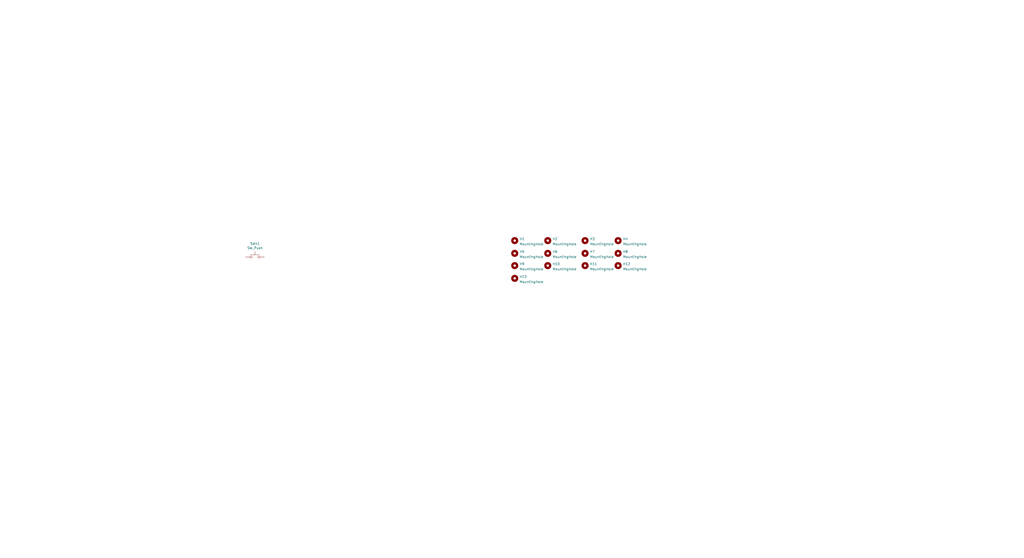
<source format=kicad_sch>
(kicad_sch (version 20211123) (generator eeschema)

  (uuid bd1a515a-f35c-47d5-a391-7c0aeef47fed)

  (paper "User" 550.799 300.38)

  (lib_symbols
    (symbol "Mechanical:MountingHole" (pin_names (offset 1.016)) (in_bom yes) (on_board yes)
      (property "Reference" "H" (id 0) (at 0 5.08 0)
        (effects (font (size 1.27 1.27)))
      )
      (property "Value" "MountingHole" (id 1) (at 0 3.175 0)
        (effects (font (size 1.27 1.27)))
      )
      (property "Footprint" "" (id 2) (at 0 0 0)
        (effects (font (size 1.27 1.27)) hide)
      )
      (property "Datasheet" "~" (id 3) (at 0 0 0)
        (effects (font (size 1.27 1.27)) hide)
      )
      (property "ki_keywords" "mounting hole" (id 4) (at 0 0 0)
        (effects (font (size 1.27 1.27)) hide)
      )
      (property "ki_description" "Mounting Hole without connection" (id 5) (at 0 0 0)
        (effects (font (size 1.27 1.27)) hide)
      )
      (property "ki_fp_filters" "MountingHole*" (id 6) (at 0 0 0)
        (effects (font (size 1.27 1.27)) hide)
      )
      (symbol "MountingHole_0_1"
        (circle (center 0 0) (radius 1.27)
          (stroke (width 1.27) (type default) (color 0 0 0 0))
          (fill (type none))
        )
      )
    )
    (symbol "Switch:SW_Push" (pin_numbers hide) (pin_names (offset 1.016) hide) (in_bom yes) (on_board yes)
      (property "Reference" "SW" (id 0) (at 1.27 2.54 0)
        (effects (font (size 1.27 1.27)) (justify left))
      )
      (property "Value" "SW_Push" (id 1) (at 0 -1.524 0)
        (effects (font (size 1.27 1.27)))
      )
      (property "Footprint" "" (id 2) (at 0 5.08 0)
        (effects (font (size 1.27 1.27)) hide)
      )
      (property "Datasheet" "~" (id 3) (at 0 5.08 0)
        (effects (font (size 1.27 1.27)) hide)
      )
      (property "ki_keywords" "switch normally-open pushbutton push-button" (id 4) (at 0 0 0)
        (effects (font (size 1.27 1.27)) hide)
      )
      (property "ki_description" "Push button switch, generic, two pins" (id 5) (at 0 0 0)
        (effects (font (size 1.27 1.27)) hide)
      )
      (symbol "SW_Push_0_1"
        (circle (center -2.032 0) (radius 0.508)
          (stroke (width 0) (type default) (color 0 0 0 0))
          (fill (type none))
        )
        (polyline
          (pts
            (xy 0 1.27)
            (xy 0 3.048)
          )
          (stroke (width 0) (type default) (color 0 0 0 0))
          (fill (type none))
        )
        (polyline
          (pts
            (xy 2.54 1.27)
            (xy -2.54 1.27)
          )
          (stroke (width 0) (type default) (color 0 0 0 0))
          (fill (type none))
        )
        (circle (center 2.032 0) (radius 0.508)
          (stroke (width 0) (type default) (color 0 0 0 0))
          (fill (type none))
        )
        (pin passive line (at -5.08 0 0) (length 2.54)
          (name "1" (effects (font (size 1.27 1.27))))
          (number "1" (effects (font (size 1.27 1.27))))
        )
        (pin passive line (at 5.08 0 180) (length 2.54)
          (name "2" (effects (font (size 1.27 1.27))))
          (number "2" (effects (font (size 1.27 1.27))))
        )
      )
    )
  )


  (symbol (lib_id "Switch:SW_Push") (at 137.16 138.43 0) (unit 1)
    (in_bom yes) (on_board yes)
    (uuid 00000000-0000-0000-0000-0000613137a2)
    (property "Reference" "SW41" (id 0) (at 137.16 131.191 0))
    (property "Value" "SW_Push" (id 1) (at 137.16 133.5024 0))
    (property "Footprint" "fingerpunch-plates:SKQG-1155865" (id 2) (at 137.16 133.35 0)
      (effects (font (size 1.27 1.27)) hide)
    )
    (property "Datasheet" "~" (id 3) (at 137.16 133.35 0)
      (effects (font (size 1.27 1.27)) hide)
    )
    (pin "1" (uuid 8213cdc7-7fc6-44a8-a8e1-9649729c4166))
    (pin "2" (uuid 799443a6-6c8b-4b50-a632-c134eaf9fa00))
  )

  (symbol (lib_id "Mechanical:MountingHole") (at 314.706 143.002 0) (unit 1)
    (in_bom yes) (on_board yes) (fields_autoplaced)
    (uuid 15040131-7d8f-4c2e-963f-5a543f8135cf)
    (property "Reference" "H11" (id 0) (at 317.246 142.0935 0)
      (effects (font (size 1.27 1.27)) (justify left))
    )
    (property "Value" "MountingHole" (id 1) (at 317.246 144.8686 0)
      (effects (font (size 1.27 1.27)) (justify left))
    )
    (property "Footprint" "fingerpunch-plates:MountingHole_2.5mm" (id 2) (at 314.706 143.002 0)
      (effects (font (size 1.27 1.27)) hide)
    )
    (property "Datasheet" "~" (id 3) (at 314.706 143.002 0)
      (effects (font (size 1.27 1.27)) hide)
    )
  )

  (symbol (lib_id "Mechanical:MountingHole") (at 276.86 143.002 0) (unit 1)
    (in_bom yes) (on_board yes) (fields_autoplaced)
    (uuid 155e14df-a794-4732-b2ca-a4a210f7db27)
    (property "Reference" "H9" (id 0) (at 279.4 142.0935 0)
      (effects (font (size 1.27 1.27)) (justify left))
    )
    (property "Value" "MountingHole" (id 1) (at 279.4 144.8686 0)
      (effects (font (size 1.27 1.27)) (justify left))
    )
    (property "Footprint" "fingerpunch-plates:MountingHole_2.5mm" (id 2) (at 276.86 143.002 0)
      (effects (font (size 1.27 1.27)) hide)
    )
    (property "Datasheet" "~" (id 3) (at 276.86 143.002 0)
      (effects (font (size 1.27 1.27)) hide)
    )
  )

  (symbol (lib_id "Mechanical:MountingHole") (at 276.86 129.54 0) (unit 1)
    (in_bom yes) (on_board yes) (fields_autoplaced)
    (uuid 2c2efd9b-d504-4767-81b0-25073527fb18)
    (property "Reference" "H1" (id 0) (at 279.4 128.6315 0)
      (effects (font (size 1.27 1.27)) (justify left))
    )
    (property "Value" "MountingHole" (id 1) (at 279.4 131.4066 0)
      (effects (font (size 1.27 1.27)) (justify left))
    )
    (property "Footprint" "fingerpunch-plates:MountingHole_2.5mm" (id 2) (at 276.86 129.54 0)
      (effects (font (size 1.27 1.27)) hide)
    )
    (property "Datasheet" "~" (id 3) (at 276.86 129.54 0)
      (effects (font (size 1.27 1.27)) hide)
    )
  )

  (symbol (lib_id "Mechanical:MountingHole") (at 294.64 143.002 0) (unit 1)
    (in_bom yes) (on_board yes) (fields_autoplaced)
    (uuid 350e19d4-b7f2-45e2-9edb-fff558d9788c)
    (property "Reference" "H10" (id 0) (at 297.18 142.0935 0)
      (effects (font (size 1.27 1.27)) (justify left))
    )
    (property "Value" "MountingHole" (id 1) (at 297.18 144.8686 0)
      (effects (font (size 1.27 1.27)) (justify left))
    )
    (property "Footprint" "fingerpunch-plates:MountingHole_2.5mm" (id 2) (at 294.64 143.002 0)
      (effects (font (size 1.27 1.27)) hide)
    )
    (property "Datasheet" "~" (id 3) (at 294.64 143.002 0)
      (effects (font (size 1.27 1.27)) hide)
    )
  )

  (symbol (lib_id "Mechanical:MountingHole") (at 276.86 149.86 0) (unit 1)
    (in_bom yes) (on_board yes) (fields_autoplaced)
    (uuid 4d75fa58-4223-4a08-a4c1-0328f46904cb)
    (property "Reference" "H13" (id 0) (at 279.4 148.9515 0)
      (effects (font (size 1.27 1.27)) (justify left))
    )
    (property "Value" "MountingHole" (id 1) (at 279.4 151.7266 0)
      (effects (font (size 1.27 1.27)) (justify left))
    )
    (property "Footprint" "fingerpunch-plates:MountingHole_2.5mm" (id 2) (at 276.86 149.86 0)
      (effects (font (size 1.27 1.27)) hide)
    )
    (property "Datasheet" "~" (id 3) (at 276.86 149.86 0)
      (effects (font (size 1.27 1.27)) hide)
    )
  )

  (symbol (lib_id "Mechanical:MountingHole") (at 294.64 129.54 0) (unit 1)
    (in_bom yes) (on_board yes) (fields_autoplaced)
    (uuid 8179d10f-612d-4785-a109-d0a43823333d)
    (property "Reference" "H2" (id 0) (at 297.18 128.6315 0)
      (effects (font (size 1.27 1.27)) (justify left))
    )
    (property "Value" "MountingHole" (id 1) (at 297.18 131.4066 0)
      (effects (font (size 1.27 1.27)) (justify left))
    )
    (property "Footprint" "fingerpunch-plates:MountingHole_2.5mm" (id 2) (at 294.64 129.54 0)
      (effects (font (size 1.27 1.27)) hide)
    )
    (property "Datasheet" "~" (id 3) (at 294.64 129.54 0)
      (effects (font (size 1.27 1.27)) hide)
    )
  )

  (symbol (lib_id "Mechanical:MountingHole") (at 314.706 129.54 0) (unit 1)
    (in_bom yes) (on_board yes) (fields_autoplaced)
    (uuid 8d95e9e2-a306-4662-9c6f-d29933dd6f7c)
    (property "Reference" "H3" (id 0) (at 317.246 128.6315 0)
      (effects (font (size 1.27 1.27)) (justify left))
    )
    (property "Value" "MountingHole" (id 1) (at 317.246 131.4066 0)
      (effects (font (size 1.27 1.27)) (justify left))
    )
    (property "Footprint" "fingerpunch-plates:MountingHole_2.5mm" (id 2) (at 314.706 129.54 0)
      (effects (font (size 1.27 1.27)) hide)
    )
    (property "Datasheet" "~" (id 3) (at 314.706 129.54 0)
      (effects (font (size 1.27 1.27)) hide)
    )
  )

  (symbol (lib_id "Mechanical:MountingHole") (at 276.86 136.398 0) (unit 1)
    (in_bom yes) (on_board yes) (fields_autoplaced)
    (uuid 9b8b41bc-c3bd-4ea5-81bd-a724f0bb2103)
    (property "Reference" "H5" (id 0) (at 279.4 135.4895 0)
      (effects (font (size 1.27 1.27)) (justify left))
    )
    (property "Value" "MountingHole" (id 1) (at 279.4 138.2646 0)
      (effects (font (size 1.27 1.27)) (justify left))
    )
    (property "Footprint" "fingerpunch-plates:MountingHole_2.5mm" (id 2) (at 276.86 136.398 0)
      (effects (font (size 1.27 1.27)) hide)
    )
    (property "Datasheet" "~" (id 3) (at 276.86 136.398 0)
      (effects (font (size 1.27 1.27)) hide)
    )
  )

  (symbol (lib_id "Mechanical:MountingHole") (at 294.64 136.398 0) (unit 1)
    (in_bom yes) (on_board yes) (fields_autoplaced)
    (uuid a4eea78d-0d56-423a-986f-348e85a3a295)
    (property "Reference" "H6" (id 0) (at 297.18 135.4895 0)
      (effects (font (size 1.27 1.27)) (justify left))
    )
    (property "Value" "MountingHole" (id 1) (at 297.18 138.2646 0)
      (effects (font (size 1.27 1.27)) (justify left))
    )
    (property "Footprint" "fingerpunch-plates:MountingHole_2.5mm" (id 2) (at 294.64 136.398 0)
      (effects (font (size 1.27 1.27)) hide)
    )
    (property "Datasheet" "~" (id 3) (at 294.64 136.398 0)
      (effects (font (size 1.27 1.27)) hide)
    )
  )

  (symbol (lib_id "Mechanical:MountingHole") (at 332.486 136.398 0) (unit 1)
    (in_bom yes) (on_board yes) (fields_autoplaced)
    (uuid a6887a39-f9b7-4c07-b5bb-969faf068a98)
    (property "Reference" "H8" (id 0) (at 335.026 135.4895 0)
      (effects (font (size 1.27 1.27)) (justify left))
    )
    (property "Value" "MountingHole" (id 1) (at 335.026 138.2646 0)
      (effects (font (size 1.27 1.27)) (justify left))
    )
    (property "Footprint" "fingerpunch-plates:MountingHole_2.5mm" (id 2) (at 332.486 136.398 0)
      (effects (font (size 1.27 1.27)) hide)
    )
    (property "Datasheet" "~" (id 3) (at 332.486 136.398 0)
      (effects (font (size 1.27 1.27)) hide)
    )
  )

  (symbol (lib_id "Mechanical:MountingHole") (at 332.486 143.002 0) (unit 1)
    (in_bom yes) (on_board yes) (fields_autoplaced)
    (uuid c9eec6f3-c045-46cc-8270-7c361b45a36b)
    (property "Reference" "H12" (id 0) (at 335.026 142.0935 0)
      (effects (font (size 1.27 1.27)) (justify left))
    )
    (property "Value" "MountingHole" (id 1) (at 335.026 144.8686 0)
      (effects (font (size 1.27 1.27)) (justify left))
    )
    (property "Footprint" "fingerpunch-plates:MountingHole_2.5mm" (id 2) (at 332.486 143.002 0)
      (effects (font (size 1.27 1.27)) hide)
    )
    (property "Datasheet" "~" (id 3) (at 332.486 143.002 0)
      (effects (font (size 1.27 1.27)) hide)
    )
  )

  (symbol (lib_id "Mechanical:MountingHole") (at 332.486 129.54 0) (unit 1)
    (in_bom yes) (on_board yes) (fields_autoplaced)
    (uuid cddf712c-f097-4fce-a379-2ee63543ef96)
    (property "Reference" "H4" (id 0) (at 335.026 128.6315 0)
      (effects (font (size 1.27 1.27)) (justify left))
    )
    (property "Value" "MountingHole" (id 1) (at 335.026 131.4066 0)
      (effects (font (size 1.27 1.27)) (justify left))
    )
    (property "Footprint" "fingerpunch-plates:MountingHole_2.5mm" (id 2) (at 332.486 129.54 0)
      (effects (font (size 1.27 1.27)) hide)
    )
    (property "Datasheet" "~" (id 3) (at 332.486 129.54 0)
      (effects (font (size 1.27 1.27)) hide)
    )
  )

  (symbol (lib_id "Mechanical:MountingHole") (at 314.706 136.398 0) (unit 1)
    (in_bom yes) (on_board yes) (fields_autoplaced)
    (uuid f0805303-7dae-4331-954c-2d9218b830b6)
    (property "Reference" "H7" (id 0) (at 317.246 135.4895 0)
      (effects (font (size 1.27 1.27)) (justify left))
    )
    (property "Value" "MountingHole" (id 1) (at 317.246 138.2646 0)
      (effects (font (size 1.27 1.27)) (justify left))
    )
    (property "Footprint" "fingerpunch-plates:MountingHole_2.5mm" (id 2) (at 314.706 136.398 0)
      (effects (font (size 1.27 1.27)) hide)
    )
    (property "Datasheet" "~" (id 3) (at 314.706 136.398 0)
      (effects (font (size 1.27 1.27)) hide)
    )
  )

  (sheet_instances
    (path "/" (page "1"))
  )

  (symbol_instances
    (path "/2c2efd9b-d504-4767-81b0-25073527fb18"
      (reference "H1") (unit 1) (value "MountingHole") (footprint "fingerpunch-plates:MountingHole_2.5mm")
    )
    (path "/8179d10f-612d-4785-a109-d0a43823333d"
      (reference "H2") (unit 1) (value "MountingHole") (footprint "fingerpunch-plates:MountingHole_2.5mm")
    )
    (path "/8d95e9e2-a306-4662-9c6f-d29933dd6f7c"
      (reference "H3") (unit 1) (value "MountingHole") (footprint "fingerpunch-plates:MountingHole_2.5mm")
    )
    (path "/cddf712c-f097-4fce-a379-2ee63543ef96"
      (reference "H4") (unit 1) (value "MountingHole") (footprint "fingerpunch-plates:MountingHole_2.5mm")
    )
    (path "/9b8b41bc-c3bd-4ea5-81bd-a724f0bb2103"
      (reference "H5") (unit 1) (value "MountingHole") (footprint "fingerpunch-plates:MountingHole_2.5mm")
    )
    (path "/a4eea78d-0d56-423a-986f-348e85a3a295"
      (reference "H6") (unit 1) (value "MountingHole") (footprint "fingerpunch-plates:MountingHole_2.5mm")
    )
    (path "/f0805303-7dae-4331-954c-2d9218b830b6"
      (reference "H7") (unit 1) (value "MountingHole") (footprint "fingerpunch-plates:MountingHole_2.5mm")
    )
    (path "/a6887a39-f9b7-4c07-b5bb-969faf068a98"
      (reference "H8") (unit 1) (value "MountingHole") (footprint "fingerpunch-plates:MountingHole_2.5mm")
    )
    (path "/155e14df-a794-4732-b2ca-a4a210f7db27"
      (reference "H9") (unit 1) (value "MountingHole") (footprint "fingerpunch-plates:MountingHole_2.5mm")
    )
    (path "/350e19d4-b7f2-45e2-9edb-fff558d9788c"
      (reference "H10") (unit 1) (value "MountingHole") (footprint "fingerpunch-plates:MountingHole_2.5mm")
    )
    (path "/15040131-7d8f-4c2e-963f-5a543f8135cf"
      (reference "H11") (unit 1) (value "MountingHole") (footprint "fingerpunch-plates:MountingHole_2.5mm")
    )
    (path "/c9eec6f3-c045-46cc-8270-7c361b45a36b"
      (reference "H12") (unit 1) (value "MountingHole") (footprint "fingerpunch-plates:MountingHole_2.5mm")
    )
    (path "/4d75fa58-4223-4a08-a4c1-0328f46904cb"
      (reference "H13") (unit 1) (value "MountingHole") (footprint "fingerpunch-plates:MountingHole_2.5mm")
    )
    (path "/00000000-0000-0000-0000-0000613137a2"
      (reference "SW41") (unit 1) (value "SW_Push") (footprint "fingerpunch-plates:SKQG-1155865")
    )
  )
)

</source>
